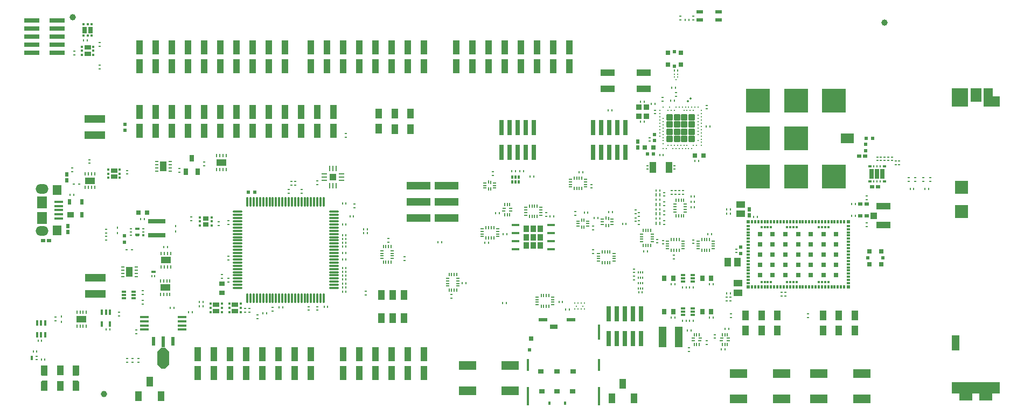
<source format=gtp>
G04*
G04 #@! TF.GenerationSoftware,Altium Limited,Altium Designer,19.0.15 (446)*
G04*
G04 Layer_Color=8421504*
%FSLAX24Y24*%
%MOIN*%
G70*
G01*
G75*
G04:AMPARAMS|DCode=37|XSize=37mil|YSize=37mil|CornerRadius=2.8mil|HoleSize=0mil|Usage=FLASHONLY|Rotation=270.000|XOffset=0mil|YOffset=0mil|HoleType=Round|Shape=RoundedRectangle|*
%AMROUNDEDRECTD37*
21,1,0.0370,0.0315,0,0,270.0*
21,1,0.0315,0.0370,0,0,270.0*
1,1,0.0056,-0.0157,-0.0157*
1,1,0.0056,-0.0157,0.0157*
1,1,0.0056,0.0157,0.0157*
1,1,0.0056,0.0157,-0.0157*
%
%ADD37ROUNDEDRECTD37*%
%ADD38O,0.0787X0.0591*%
%ADD39R,0.0366X0.0445*%
%ADD40R,0.0293X0.0610*%
%ADD41R,0.0264X0.0610*%
%ADD42R,0.0138X0.0098*%
%ADD43R,0.0138X0.0138*%
%ADD44R,0.0315X0.0118*%
%ADD45R,0.0197X0.0148*%
%ADD46R,0.0106X0.0118*%
%ADD47R,0.0256X0.0197*%
%ADD48O,0.0240X0.0071*%
%ADD49R,0.0118X0.0213*%
%ADD50R,0.0197X0.0256*%
%ADD51R,0.0118X0.0106*%
%ADD52R,0.0551X0.0433*%
%ADD53R,0.0433X0.0551*%
%ADD54R,0.0197X0.0236*%
%ADD55R,0.0787X0.0591*%
%ADD56R,0.1496X0.1496*%
%ADD57R,0.0445X0.0445*%
%ADD58O,0.0374X0.0098*%
%ADD59O,0.0098X0.0374*%
%ADD60R,0.0236X0.0197*%
%ADD61R,0.0079X0.0138*%
%ADD62R,0.0394X0.0630*%
%ADD63O,0.0089X0.0222*%
%ADD64O,0.0222X0.0089*%
%ADD65O,0.0261X0.0089*%
%ADD66R,0.0217X0.0236*%
%ADD67R,0.0236X0.0551*%
%ADD68R,0.0236X0.0669*%
%ADD69O,0.0071X0.0240*%
%ADD70C,0.0118*%
%ADD71R,0.0500X0.1252*%
%ADD72R,0.0453X0.0177*%
%ADD73R,0.0256X0.0138*%
%ADD74R,0.0203X0.0167*%
%ADD75R,0.0108X0.0167*%
%ADD76R,0.0362X0.0280*%
%ADD77R,0.0177X0.0165*%
%ADD78R,0.0413X0.0283*%
%ADD79R,0.0118X0.0138*%
%ADD80R,0.0283X0.0413*%
%ADD81R,0.0138X0.0118*%
%ADD82R,0.0295X0.0315*%
G04:AMPARAMS|DCode=83|XSize=11.8mil|YSize=10.6mil|CornerRadius=0mil|HoleSize=0mil|Usage=FLASHONLY|Rotation=315.000|XOffset=0mil|YOffset=0mil|HoleType=Round|Shape=Rectangle|*
%AMROTATEDRECTD83*
4,1,4,-0.0079,0.0004,-0.0004,0.0079,0.0079,-0.0004,0.0004,-0.0079,-0.0079,0.0004,0.0*
%
%ADD83ROTATEDRECTD83*%

%ADD84R,0.0118X0.0205*%
%ADD85R,0.0118X0.0193*%
%ADD86R,0.0098X0.0236*%
%ADD87R,0.0098X0.0079*%
%ADD88R,0.0787X0.0787*%
%ADD89R,0.0335X0.0374*%
%ADD90O,0.0551X0.0157*%
%ADD91R,0.0197X0.0197*%
%ADD92R,0.1083X0.0551*%
%ADD93R,0.0098X0.0157*%
%ADD94R,0.0276X0.0157*%
%ADD95R,0.0157X0.0098*%
%ADD96R,0.0157X0.0276*%
%ADD97R,0.1500X0.0500*%
%ADD98R,0.0866X0.0413*%
%ADD99R,0.0413X0.0394*%
%ADD100R,0.0531X0.0157*%
%ADD101R,0.0610X0.0748*%
%ADD102R,0.0551X0.0630*%
%ADD103R,0.0402X0.0862*%
%ADD104O,0.0118X0.0650*%
%ADD105O,0.0650X0.0118*%
%ADD106O,0.0089X0.0261*%
%ADD107R,0.0630X0.0394*%
%ADD108R,0.0098X0.0236*%
%ADD109R,0.0142X0.0098*%
%ADD110R,0.0394X0.0630*%
%ADD111R,0.0236X0.0098*%
%ADD112R,0.0300X0.0400*%
%ADD113R,0.0098X0.0142*%
%ADD114R,0.0138X0.0354*%
%ADD115R,0.1252X0.0500*%
%ADD116C,0.0394*%
%ADD117R,0.1063X0.0315*%
%ADD118R,0.0138X0.0059*%
%ADD119R,0.0138X0.0098*%
%ADD120R,0.0299X0.0945*%
%ADD121R,0.0354X0.0276*%
%ADD122R,0.0118X0.0236*%
%ADD123R,0.0177X0.1142*%
%ADD124R,0.0177X0.0748*%
%ADD125R,0.0236X0.0236*%
%ADD126R,0.0295X0.0276*%
%ADD127R,0.0551X0.0197*%
%ADD128R,0.0472X0.0256*%
%ADD129R,0.0177X0.0945*%
%ADD130R,0.0315X0.0295*%
%ADD131R,0.0228X0.0197*%
%ADD132C,0.0098*%
%ADD133R,0.0315X0.0315*%
%ADD134R,0.0213X0.0213*%
%ADD135R,0.0213X0.0118*%
%ADD136R,0.0118X0.0118*%
%ADD137R,0.0394X0.0709*%
%ADD138R,0.0300X0.0320*%
%ADD139R,0.0394X0.0335*%
%ADD140R,0.0236X0.0335*%
%ADD141R,0.0945X0.0299*%
%ADD142R,0.0320X0.0300*%
%ADD143R,0.0874X0.0402*%
%ADD144R,0.0394X0.0236*%
%ADD145R,0.0197X0.0228*%
%ADD146R,0.0295X0.0315*%
%ADD147R,0.0394X0.0630*%
G36*
X59502Y19219D02*
X58832D01*
Y20046D01*
X59502D01*
Y19219D01*
D02*
G37*
G36*
X60210Y19554D02*
X60637D01*
Y18904D01*
X59659D01*
Y20046D01*
X60210D01*
Y19554D01*
D02*
G37*
G36*
X58675Y18904D02*
X57691D01*
Y20046D01*
X58675D01*
Y18904D01*
D02*
G37*
G36*
X58163Y3806D02*
X57691D01*
Y4751D01*
X58163D01*
Y3806D01*
D02*
G37*
G36*
X9251Y3738D02*
Y2951D01*
X8995Y2695D01*
X8759D01*
X8503Y2951D01*
Y3738D01*
X8759Y3994D01*
X8995D01*
X9251Y3738D01*
D02*
G37*
G36*
X3681Y2322D02*
X3617Y2258D01*
X3287Y2258D01*
Y2888D01*
X3681D01*
X3681Y2322D01*
D02*
G37*
G36*
X1713Y2258D02*
X1383Y2258D01*
X1319Y2322D01*
X1319Y2888D01*
X1713D01*
Y2258D01*
D02*
G37*
G36*
X3617Y1943D02*
X3681Y1879D01*
X3681Y1313D01*
X3287D01*
Y1943D01*
X3617Y1943D01*
D02*
G37*
G36*
X1713Y1313D02*
X1319D01*
X1319Y1879D01*
X1383Y1943D01*
X1713Y1943D01*
Y1313D01*
D02*
G37*
G36*
X60643Y1148D02*
X60171D01*
Y715D01*
X59384D01*
Y1148D01*
X58950D01*
Y715D01*
X58163D01*
Y1148D01*
X57691D01*
Y1857D01*
X60643D01*
Y1148D01*
D02*
G37*
D37*
X41576Y18256D02*
D03*
Y17807D02*
D03*
Y17359D02*
D03*
Y16910D02*
D03*
X41128D02*
D03*
Y17359D02*
D03*
Y17807D02*
D03*
Y18256D02*
D03*
X40679Y16910D02*
D03*
Y17359D02*
D03*
Y17807D02*
D03*
Y18256D02*
D03*
X40230Y16910D02*
D03*
Y17359D02*
D03*
Y17807D02*
D03*
Y18256D02*
D03*
D38*
X1365Y13800D02*
D03*
Y11201D02*
D03*
D39*
X31335Y11344D02*
D03*
X31335Y10820D02*
D03*
X31335Y10296D02*
D03*
X31780Y11344D02*
D03*
Y10820D02*
D03*
Y10296D02*
D03*
X32225Y11344D02*
D03*
X32225Y10820D02*
D03*
X32225Y10296D02*
D03*
D40*
X53393Y14750D02*
D03*
X52707D02*
D03*
D41*
X53050Y14750D02*
D03*
D42*
X6881Y10962D02*
D03*
Y11159D02*
D03*
Y11356D02*
D03*
X7649Y11356D02*
D03*
Y11159D02*
D03*
D43*
Y10943D02*
D03*
D44*
X7265Y11336D02*
D03*
X7265Y10982D02*
D03*
D45*
X7265Y11361D02*
D03*
X7265Y10957D02*
D03*
D46*
X28788Y10480D02*
D03*
X45652Y12090D02*
D03*
X45428D02*
D03*
X51699Y12157D02*
D03*
X55322Y13826D02*
D03*
X56008Y13826D02*
D03*
X43746Y7343D02*
D03*
X43970D02*
D03*
X43982Y12530D02*
D03*
X43758D02*
D03*
X43982Y12290D02*
D03*
X43758D02*
D03*
X51474Y12157D02*
D03*
Y12866D02*
D03*
X51699D02*
D03*
X56232Y13826D02*
D03*
X38618Y9950D02*
D03*
X38842D02*
D03*
X38522Y7410D02*
D03*
X38298D02*
D03*
X40726Y21151D02*
D03*
X40501D02*
D03*
X29448Y12320D02*
D03*
X29672D02*
D03*
X31588Y14580D02*
D03*
X31812D02*
D03*
X42907Y5854D02*
D03*
X42682D02*
D03*
X42907Y7921D02*
D03*
X42682D02*
D03*
X40545Y5854D02*
D03*
X40320D02*
D03*
X40545Y7921D02*
D03*
X40320D02*
D03*
X33042Y12110D02*
D03*
X32818D02*
D03*
X41232Y5650D02*
D03*
X41008D02*
D03*
X41672D02*
D03*
X41448D02*
D03*
X41012Y7717D02*
D03*
X41237D02*
D03*
X41452D02*
D03*
X41677D02*
D03*
X43408Y3890D02*
D03*
X43632D02*
D03*
X30112Y6750D02*
D03*
X29888D02*
D03*
X7712Y11950D02*
D03*
X7488D02*
D03*
X1362Y4400D02*
D03*
X1138D02*
D03*
X5356Y5096D02*
D03*
X5580D02*
D03*
X3113Y13430D02*
D03*
X3337D02*
D03*
X33370Y6801D02*
D03*
X33594D02*
D03*
X33788Y6330D02*
D03*
X34012D02*
D03*
X36672Y12380D02*
D03*
X36448D02*
D03*
X35162Y12350D02*
D03*
X34938D02*
D03*
X30140Y11024D02*
D03*
X29915D02*
D03*
X11128Y6550D02*
D03*
X11352D02*
D03*
X19969Y10237D02*
D03*
X20194D02*
D03*
X18838Y6500D02*
D03*
X19062D02*
D03*
X16058Y6490D02*
D03*
X16282D02*
D03*
X42491Y17683D02*
D03*
X42715D02*
D03*
X40565Y20083D02*
D03*
X40341D02*
D03*
X40515Y19283D02*
D03*
X40291D02*
D03*
X39078Y19090D02*
D03*
X39302D02*
D03*
X39822Y15920D02*
D03*
X39598D02*
D03*
X38652Y19210D02*
D03*
X38428D02*
D03*
X38428Y17980D02*
D03*
X38652D02*
D03*
X31182Y14920D02*
D03*
X30958D02*
D03*
X30458D02*
D03*
X30682D02*
D03*
X41762Y12690D02*
D03*
X41538D02*
D03*
X41762Y13010D02*
D03*
X41538D02*
D03*
X41762Y13330D02*
D03*
X41538D02*
D03*
X21288Y11065D02*
D03*
X21512D02*
D03*
X21288Y11300D02*
D03*
X21512D02*
D03*
X20194Y11615D02*
D03*
X19969D02*
D03*
X20194Y10947D02*
D03*
X19969D02*
D03*
X20194Y10710D02*
D03*
X19969D02*
D03*
X20194Y10474D02*
D03*
X19969D02*
D03*
X20194Y9843D02*
D03*
X19969D02*
D03*
Y9449D02*
D03*
X20194D02*
D03*
Y8919D02*
D03*
X19969D02*
D03*
X20194Y8682D02*
D03*
X19969D02*
D03*
X20194Y8445D02*
D03*
X19969D02*
D03*
X20194Y8208D02*
D03*
X19969D02*
D03*
X19966Y7950D02*
D03*
X20190D02*
D03*
X19966Y7700D02*
D03*
X20190D02*
D03*
X19966Y7454D02*
D03*
X20190D02*
D03*
X9152Y10210D02*
D03*
X8928D02*
D03*
X1338Y3250D02*
D03*
X1562D02*
D03*
X11351Y6813D02*
D03*
X11127D02*
D03*
X1062Y3750D02*
D03*
X838D02*
D03*
X9318Y6440D02*
D03*
X9542D02*
D03*
X10458Y6190D02*
D03*
X10682D02*
D03*
X39612Y13720D02*
D03*
X39388D02*
D03*
X39612Y13140D02*
D03*
X39388D02*
D03*
X39612Y12560D02*
D03*
X39388D02*
D03*
X39612Y11980D02*
D03*
X39388D02*
D03*
X43872Y5130D02*
D03*
X43648D02*
D03*
X41318Y5050D02*
D03*
X41542D02*
D03*
X36418Y18670D02*
D03*
X36642D02*
D03*
X27388Y7970D02*
D03*
X27612D02*
D03*
X34618Y14830D02*
D03*
X34842D02*
D03*
X25888Y10500D02*
D03*
X26112D02*
D03*
X20194Y12902D02*
D03*
X19969D02*
D03*
X37298Y11640D02*
D03*
X37522D02*
D03*
X35772Y12010D02*
D03*
X35548D02*
D03*
X29012Y10480D02*
D03*
X42578Y11010D02*
D03*
X42802D02*
D03*
X41777Y15542D02*
D03*
X42002D02*
D03*
X55098Y13826D02*
D03*
X3948Y23010D02*
D03*
X4172D02*
D03*
X15282Y6120D02*
D03*
X15058D02*
D03*
X20438Y12124D02*
D03*
X20662D02*
D03*
X41411Y24263D02*
D03*
X41187Y24263D02*
D03*
D47*
X53130Y13946D02*
D03*
X52756D02*
D03*
X52030Y12866D02*
D03*
X52404D02*
D03*
X52030Y12157D02*
D03*
X51939Y15846D02*
D03*
X52313D02*
D03*
X52404Y12157D02*
D03*
X1448Y10600D02*
D03*
X1822D02*
D03*
D48*
X28613Y11181D02*
D03*
X32262Y12666D02*
D03*
Y12509D02*
D03*
Y12351D02*
D03*
Y12194D02*
D03*
X31298D02*
D03*
Y12351D02*
D03*
Y12509D02*
D03*
Y12666D02*
D03*
X38485Y10544D02*
D03*
Y10701D02*
D03*
Y10859D02*
D03*
Y11016D02*
D03*
X39135Y11016D02*
D03*
Y10859D02*
D03*
Y10701D02*
D03*
Y10544D02*
D03*
X41185Y12866D02*
D03*
Y12709D02*
D03*
Y12551D02*
D03*
Y12394D02*
D03*
X40535D02*
D03*
X40535Y12551D02*
D03*
Y12709D02*
D03*
Y12866D02*
D03*
X35029Y14406D02*
D03*
Y14249D02*
D03*
Y14091D02*
D03*
Y13934D02*
D03*
X34065D02*
D03*
Y14091D02*
D03*
Y14249D02*
D03*
Y14406D02*
D03*
X32982Y7116D02*
D03*
Y6958D02*
D03*
Y6801D02*
D03*
Y6643D02*
D03*
X32018D02*
D03*
Y6801D02*
D03*
Y6958D02*
D03*
Y7116D02*
D03*
X35804Y9346D02*
D03*
Y9503D02*
D03*
Y9661D02*
D03*
Y9818D02*
D03*
X36769D02*
D03*
Y9661D02*
D03*
Y9503D02*
D03*
Y9346D02*
D03*
X23059Y9983D02*
D03*
Y9826D02*
D03*
Y9668D02*
D03*
Y9511D02*
D03*
X22410D02*
D03*
Y9668D02*
D03*
Y9826D02*
D03*
Y9983D02*
D03*
X26475Y7799D02*
D03*
Y7956D02*
D03*
Y8114D02*
D03*
Y8271D02*
D03*
X27125D02*
D03*
Y8114D02*
D03*
Y7956D02*
D03*
Y7799D02*
D03*
X29578Y11339D02*
D03*
Y11181D02*
D03*
Y11024D02*
D03*
Y10866D02*
D03*
X28613D02*
D03*
Y11024D02*
D03*
Y11339D02*
D03*
X41965Y10112D02*
D03*
Y10270D02*
D03*
Y10427D02*
D03*
Y10585D02*
D03*
X42930D02*
D03*
Y10427D02*
D03*
Y10270D02*
D03*
Y10112D02*
D03*
X40082Y10112D02*
D03*
Y10270D02*
D03*
Y10427D02*
D03*
Y10585D02*
D03*
X41047D02*
D03*
Y10427D02*
D03*
Y10270D02*
D03*
Y10112D02*
D03*
D49*
X45508Y11765D02*
D03*
X45311D02*
D03*
X47280Y7734D02*
D03*
X45311D02*
D03*
X45705Y11765D02*
D03*
X45902D02*
D03*
X46099D02*
D03*
X46295D02*
D03*
X46492D02*
D03*
X46689D02*
D03*
X46886D02*
D03*
X47083D02*
D03*
X47280D02*
D03*
X47477D02*
D03*
X47673D02*
D03*
X47870D02*
D03*
X48067D02*
D03*
X48264D02*
D03*
X48461D02*
D03*
X48658D02*
D03*
X48854D02*
D03*
X49051D02*
D03*
X49248D02*
D03*
X49445D02*
D03*
X49642D02*
D03*
X49839D02*
D03*
X50036D02*
D03*
X50232D02*
D03*
X50429D02*
D03*
X50626D02*
D03*
X50823D02*
D03*
X51020D02*
D03*
X50823Y7734D02*
D03*
X50626D02*
D03*
X50429D02*
D03*
X50232D02*
D03*
X50036D02*
D03*
X49839D02*
D03*
X49642D02*
D03*
X49445D02*
D03*
X49248D02*
D03*
X49051D02*
D03*
X48854D02*
D03*
X48658D02*
D03*
X48461D02*
D03*
X48264D02*
D03*
X48067D02*
D03*
X47870D02*
D03*
X47673D02*
D03*
X47477D02*
D03*
X47083D02*
D03*
X46886D02*
D03*
X46689D02*
D03*
X46492D02*
D03*
X46295D02*
D03*
X46099D02*
D03*
X45902D02*
D03*
X45705D02*
D03*
X45508D02*
D03*
X51020D02*
D03*
D50*
X45150Y12173D02*
D03*
Y12547D02*
D03*
X2925Y14727D02*
D03*
Y14353D02*
D03*
X38256Y16760D02*
D03*
Y16386D02*
D03*
X2971Y11518D02*
D03*
Y11144D02*
D03*
D51*
X47380Y7402D02*
D03*
X47150Y7402D02*
D03*
X55427Y14288D02*
D03*
X55900D02*
D03*
X43975Y7117D02*
D03*
X43754D02*
D03*
X47150Y7178D02*
D03*
X47380D02*
D03*
X43975Y6893D02*
D03*
X43754D02*
D03*
X44338Y9865D02*
D03*
Y10090D02*
D03*
X52413Y13373D02*
D03*
Y13148D02*
D03*
Y11718D02*
D03*
Y11494D02*
D03*
X55900Y14513D02*
D03*
X55427D02*
D03*
X55000D02*
D03*
Y14288D02*
D03*
X41430Y3747D02*
D03*
Y3972D02*
D03*
X38010Y8188D02*
D03*
Y8412D02*
D03*
Y8862D02*
D03*
Y8638D02*
D03*
X32580Y12128D02*
D03*
Y12352D02*
D03*
X42513Y4414D02*
D03*
Y4189D02*
D03*
X43000Y4568D02*
D03*
X43000Y4792D02*
D03*
X40590Y13702D02*
D03*
Y13478D02*
D03*
X13960Y6178D02*
D03*
Y6402D02*
D03*
X41692Y24278D02*
D03*
Y24503D02*
D03*
X39770Y19258D02*
D03*
Y19482D02*
D03*
X7200Y5063D02*
D03*
Y4838D02*
D03*
X11400Y15463D02*
D03*
Y15238D02*
D03*
X9870Y15080D02*
D03*
Y14856D02*
D03*
X3255Y14878D02*
D03*
Y15103D02*
D03*
X35397Y13866D02*
D03*
Y14090D02*
D03*
X41680Y10659D02*
D03*
Y10435D02*
D03*
X39800Y10622D02*
D03*
Y10398D02*
D03*
X35477Y10044D02*
D03*
Y9820D02*
D03*
X22813Y10741D02*
D03*
Y10517D02*
D03*
X29290Y14872D02*
D03*
Y14648D02*
D03*
X39870Y11628D02*
D03*
Y11852D02*
D03*
Y12208D02*
D03*
Y12432D02*
D03*
Y12788D02*
D03*
Y13012D02*
D03*
Y13592D02*
D03*
Y13368D02*
D03*
X41050Y13478D02*
D03*
Y13702D02*
D03*
X26721Y7040D02*
D03*
Y7265D02*
D03*
X16647Y13784D02*
D03*
Y13559D02*
D03*
X18420Y14078D02*
D03*
Y14303D02*
D03*
X17434Y13559D02*
D03*
Y13784D02*
D03*
X12900Y8282D02*
D03*
Y8058D02*
D03*
Y9652D02*
D03*
Y9428D02*
D03*
Y11628D02*
D03*
Y11852D02*
D03*
X42503Y18771D02*
D03*
Y18995D02*
D03*
X40876Y24503D02*
D03*
Y24278D02*
D03*
X40510Y15038D02*
D03*
Y15262D02*
D03*
X38850Y15262D02*
D03*
Y15038D02*
D03*
X39303Y18471D02*
D03*
Y18695D02*
D03*
X38976Y16771D02*
D03*
Y16995D02*
D03*
X53750Y15566D02*
D03*
Y15790D02*
D03*
X53976Y15566D02*
D03*
Y15790D02*
D03*
X53297Y15566D02*
D03*
Y15790D02*
D03*
X53071Y15566D02*
D03*
Y15790D02*
D03*
X20170Y17232D02*
D03*
Y17008D02*
D03*
X53524Y15566D02*
D03*
Y15790D02*
D03*
X4325Y15623D02*
D03*
Y15398D02*
D03*
X2220Y5638D02*
D03*
Y5863D02*
D03*
X7600Y7288D02*
D03*
Y7513D02*
D03*
Y6913D02*
D03*
Y6688D02*
D03*
X7334Y3318D02*
D03*
Y3094D02*
D03*
X6980Y3088D02*
D03*
Y3313D02*
D03*
X6650Y3088D02*
D03*
Y3313D02*
D03*
X6152Y6163D02*
D03*
Y5938D02*
D03*
X5363Y11303D02*
D03*
Y11078D02*
D03*
Y10863D02*
D03*
Y10638D02*
D03*
X10606Y12067D02*
D03*
Y11843D02*
D03*
X12300Y11543D02*
D03*
Y11767D02*
D03*
X38330Y12128D02*
D03*
Y12352D02*
D03*
X38100Y12512D02*
D03*
Y12288D02*
D03*
X38330Y11618D02*
D03*
Y11842D02*
D03*
X38100Y12022D02*
D03*
Y11798D02*
D03*
X39440Y10692D02*
D03*
Y10468D02*
D03*
X40480Y9478D02*
D03*
Y9702D02*
D03*
X40820Y13702D02*
D03*
Y13478D02*
D03*
X40360Y13478D02*
D03*
Y13702D02*
D03*
X54203Y15310D02*
D03*
Y15534D02*
D03*
X54429D02*
D03*
Y15310D02*
D03*
X14220Y6402D02*
D03*
Y6178D02*
D03*
X35470Y11502D02*
D03*
Y11278D02*
D03*
X34380Y12188D02*
D03*
Y12412D02*
D03*
X40600Y19548D02*
D03*
Y19772D02*
D03*
X14730Y6002D02*
D03*
Y5778D02*
D03*
X21400Y7238D02*
D03*
Y7463D02*
D03*
X6635Y14956D02*
D03*
Y14732D02*
D03*
X16824Y14059D02*
D03*
Y14283D02*
D03*
X17061Y14059D02*
D03*
Y14283D02*
D03*
X15663Y6246D02*
D03*
Y6471D02*
D03*
X56332Y14511D02*
D03*
X56332Y14286D02*
D03*
X12500Y8288D02*
D03*
Y8512D02*
D03*
X3396Y22353D02*
D03*
Y22128D02*
D03*
X4955Y21242D02*
D03*
Y21467D02*
D03*
X4946Y22638D02*
D03*
Y22863D02*
D03*
X18419Y6521D02*
D03*
Y6296D02*
D03*
X17875Y6521D02*
D03*
Y6296D02*
D03*
X23800Y9388D02*
D03*
Y9613D02*
D03*
X20700Y12642D02*
D03*
Y12867D02*
D03*
X48782Y5855D02*
D03*
Y6080D02*
D03*
X44004Y5856D02*
D03*
Y6080D02*
D03*
D52*
X44433Y7373D02*
D03*
Y7964D02*
D03*
X44620Y12855D02*
D03*
Y12265D02*
D03*
D53*
X44415Y9275D02*
D03*
X43825D02*
D03*
D54*
X44625Y9813D02*
D03*
Y10207D02*
D03*
X6471Y10916D02*
D03*
Y10522D02*
D03*
X39266Y16796D02*
D03*
Y17190D02*
D03*
D55*
X51220Y16929D02*
D03*
D56*
X50394Y19291D02*
D03*
Y14567D02*
D03*
X48032Y19291D02*
D03*
Y16929D02*
D03*
Y14567D02*
D03*
X45669Y19291D02*
D03*
Y16929D02*
D03*
Y14567D02*
D03*
D57*
X19381Y14550D02*
D03*
D58*
X19913Y14747D02*
D03*
Y14550D02*
D03*
Y14354D02*
D03*
X18850D02*
D03*
Y14550D02*
D03*
Y14747D02*
D03*
D59*
X19578Y14019D02*
D03*
X19381D02*
D03*
X19184D02*
D03*
Y15082D02*
D03*
X19381D02*
D03*
X19578D02*
D03*
D60*
X52392Y16929D02*
D03*
X52785D02*
D03*
X14153Y13600D02*
D03*
X14547D02*
D03*
X39227Y15970D02*
D03*
X38833D02*
D03*
D61*
X38548Y8313D02*
D03*
X38410D02*
D03*
X38272D02*
D03*
Y8647D02*
D03*
X38410D02*
D03*
X38548D02*
D03*
Y7633D02*
D03*
X38410D02*
D03*
X38272D02*
D03*
Y7967D02*
D03*
X38410D02*
D03*
X38548D02*
D03*
D62*
X24184Y17528D02*
D03*
X44921Y5984D02*
D03*
X45906Y5039D02*
D03*
X46890Y5984D02*
D03*
X49703D02*
D03*
X50687Y5039D02*
D03*
X51672Y5984D02*
D03*
X22216Y18472D02*
D03*
X23200Y17528D02*
D03*
X24184Y18472D02*
D03*
X8048Y1880D02*
D03*
X7359Y974D02*
D03*
X8737D02*
D03*
X2500Y2573D02*
D03*
Y1628D02*
D03*
X37323Y1752D02*
D03*
X36634Y846D02*
D03*
X38012D02*
D03*
X23764Y5803D02*
D03*
X23075D02*
D03*
X22386D02*
D03*
Y7259D02*
D03*
X23075D02*
D03*
X23764D02*
D03*
D63*
X30013Y12833D02*
D03*
X30170D02*
D03*
X30327D02*
D03*
Y12227D02*
D03*
X30170D02*
D03*
X30013D02*
D03*
X42046Y4791D02*
D03*
X41889Y4791D02*
D03*
X41731Y4791D02*
D03*
Y4185D02*
D03*
X41889D02*
D03*
X42046D02*
D03*
X43481Y4185D02*
D03*
X43639D02*
D03*
X43796D02*
D03*
X43796Y4791D02*
D03*
X43639Y4791D02*
D03*
X43481D02*
D03*
X29161Y13800D02*
D03*
X29004D02*
D03*
Y14248D02*
D03*
X34929Y11446D02*
D03*
X34771D02*
D03*
Y11894D02*
D03*
X36439Y11556D02*
D03*
X36281D02*
D03*
Y12004D02*
D03*
D64*
X30394Y12609D02*
D03*
Y12451D02*
D03*
X29946D02*
D03*
X42113Y4567D02*
D03*
X41665D02*
D03*
Y4409D02*
D03*
X43415Y4409D02*
D03*
X43863D02*
D03*
Y4567D02*
D03*
X29385Y14181D02*
D03*
Y14024D02*
D03*
Y13866D02*
D03*
X28780D02*
D03*
Y14024D02*
D03*
Y14181D02*
D03*
X35153Y11827D02*
D03*
Y11670D02*
D03*
Y11513D02*
D03*
X34547D02*
D03*
Y11670D02*
D03*
Y11827D02*
D03*
X36663Y11937D02*
D03*
Y11780D02*
D03*
Y11623D02*
D03*
X36057D02*
D03*
Y11780D02*
D03*
Y11937D02*
D03*
D65*
X29966Y12609D02*
D03*
X42093Y4409D02*
D03*
X43434Y4567D02*
D03*
D66*
X52362Y16575D02*
D03*
Y16181D02*
D03*
X6500Y17826D02*
D03*
Y17433D02*
D03*
D67*
X9468Y4388D02*
D03*
X8287D02*
D03*
D68*
X8877Y4329D02*
D03*
D69*
X32016Y12105D02*
D03*
X31859D02*
D03*
X31701D02*
D03*
X31544D02*
D03*
Y12755D02*
D03*
X31701Y12755D02*
D03*
X31859D02*
D03*
X32016D02*
D03*
X39046Y10298D02*
D03*
X38889D02*
D03*
X38731D02*
D03*
X38574D02*
D03*
Y11262D02*
D03*
X38731D02*
D03*
X38889D02*
D03*
X39046D02*
D03*
X40624Y13112D02*
D03*
X40781D02*
D03*
X40939D02*
D03*
X41096D02*
D03*
Y12148D02*
D03*
X40939D02*
D03*
X40781D02*
D03*
X40624D02*
D03*
X34783Y13845D02*
D03*
X34626D02*
D03*
X34468D02*
D03*
X34311D02*
D03*
Y14495D02*
D03*
X34468D02*
D03*
X34626D02*
D03*
X34783D02*
D03*
X32736Y6555D02*
D03*
X32579D02*
D03*
X32421D02*
D03*
X32264D02*
D03*
Y7204D02*
D03*
X32421D02*
D03*
X32579D02*
D03*
X32736D02*
D03*
X36050Y9907D02*
D03*
X36208D02*
D03*
X36365D02*
D03*
X36523D02*
D03*
Y9257D02*
D03*
X36365D02*
D03*
X36208D02*
D03*
X36050D02*
D03*
X22498Y10229D02*
D03*
X22656D02*
D03*
X22813D02*
D03*
X22971D02*
D03*
Y9265D02*
D03*
X22813D02*
D03*
X22656D02*
D03*
X22498D02*
D03*
X27036Y7553D02*
D03*
X26879D02*
D03*
X26721D02*
D03*
X26564D02*
D03*
Y8517D02*
D03*
X26721D02*
D03*
X26879D02*
D03*
X27036D02*
D03*
X29332Y10778D02*
D03*
X29174D02*
D03*
X29017D02*
D03*
X28859D02*
D03*
Y11427D02*
D03*
X29017D02*
D03*
X29174D02*
D03*
X29332D02*
D03*
X42211Y10673D02*
D03*
X42369D02*
D03*
X42526D02*
D03*
X42684D02*
D03*
Y10024D02*
D03*
X42526D02*
D03*
X42369D02*
D03*
X42211D02*
D03*
X40328Y10673D02*
D03*
X40486D02*
D03*
X40643D02*
D03*
X40800D02*
D03*
Y10024D02*
D03*
X40643D02*
D03*
X40486D02*
D03*
X40328D02*
D03*
D70*
X42183Y18666D02*
D03*
Y18469D02*
D03*
Y18272D02*
D03*
Y18075D02*
D03*
Y17878D02*
D03*
Y17681D02*
D03*
Y17485D02*
D03*
Y17288D02*
D03*
Y17091D02*
D03*
Y16894D02*
D03*
Y16697D02*
D03*
Y16500D02*
D03*
X41986Y18863D02*
D03*
Y18370D02*
D03*
Y18174D02*
D03*
Y17977D02*
D03*
Y17780D02*
D03*
Y17583D02*
D03*
Y17386D02*
D03*
Y17189D02*
D03*
Y16796D02*
D03*
X41887Y16500D02*
D03*
X41789Y18863D02*
D03*
X41691Y18666D02*
D03*
Y16500D02*
D03*
X41592Y18863D02*
D03*
Y16304D02*
D03*
X41494Y18666D02*
D03*
X41395Y18863D02*
D03*
Y16304D02*
D03*
X41297Y18666D02*
D03*
Y16500D02*
D03*
X41198Y18863D02*
D03*
Y16304D02*
D03*
X41100Y18666D02*
D03*
Y16500D02*
D03*
X41002Y18863D02*
D03*
Y16304D02*
D03*
X40903Y16500D02*
D03*
X40805Y18863D02*
D03*
Y16304D02*
D03*
X40706Y16500D02*
D03*
X40608Y18863D02*
D03*
Y16304D02*
D03*
X40509Y18666D02*
D03*
Y16500D02*
D03*
X40411Y16304D02*
D03*
X40313Y18666D02*
D03*
Y16500D02*
D03*
X40214Y18863D02*
D03*
X40116Y16500D02*
D03*
X40017Y16304D02*
D03*
X40116Y18666D02*
D03*
X39820Y18863D02*
D03*
Y18174D02*
D03*
Y17977D02*
D03*
Y17780D02*
D03*
Y17583D02*
D03*
Y17386D02*
D03*
Y17189D02*
D03*
Y16993D02*
D03*
Y16796D02*
D03*
Y16599D02*
D03*
Y16304D02*
D03*
X39624Y18666D02*
D03*
Y18272D02*
D03*
Y18075D02*
D03*
Y17878D02*
D03*
Y17681D02*
D03*
Y17485D02*
D03*
Y17288D02*
D03*
Y17091D02*
D03*
Y18469D02*
D03*
D71*
X39776Y4646D02*
D03*
X40776D02*
D03*
D72*
X30689Y11570D02*
D03*
Y11070D02*
D03*
Y10570D02*
D03*
Y10070D02*
D03*
X32870Y11570D02*
D03*
Y11070D02*
D03*
Y10570D02*
D03*
Y10070D02*
D03*
D73*
X41043Y6398D02*
D03*
Y6201D02*
D03*
Y6004D02*
D03*
X41634D02*
D03*
Y6201D02*
D03*
Y6398D02*
D03*
Y8268D02*
D03*
X41043D02*
D03*
Y8465D02*
D03*
Y8071D02*
D03*
X41634D02*
D03*
Y8465D02*
D03*
X6442Y7054D02*
D03*
Y7250D02*
D03*
Y7447D02*
D03*
X7033D02*
D03*
Y7250D02*
D03*
Y7054D02*
D03*
D74*
X53500Y14282D02*
D03*
X52600D02*
D03*
Y15218D02*
D03*
X53500D02*
D03*
D75*
X53247Y14282D02*
D03*
X53050D02*
D03*
X52853D02*
D03*
Y15218D02*
D03*
X53050D02*
D03*
X53247D02*
D03*
D76*
X11515Y11618D02*
D03*
Y11992D02*
D03*
D77*
X11871Y12061D02*
D03*
Y11805D02*
D03*
Y11549D02*
D03*
X11159D02*
D03*
Y11805D02*
D03*
Y12061D02*
D03*
D78*
X5835Y14567D02*
D03*
Y14953D02*
D03*
X12160Y6257D02*
D03*
Y6643D02*
D03*
X13323Y6257D02*
D03*
Y6643D02*
D03*
X4203Y22563D02*
D03*
Y22177D02*
D03*
D79*
X5491Y15016D02*
D03*
Y14760D02*
D03*
Y14504D02*
D03*
X6180D02*
D03*
Y14760D02*
D03*
Y15016D02*
D03*
X11816Y6706D02*
D03*
Y6450D02*
D03*
Y6194D02*
D03*
X12504D02*
D03*
Y6450D02*
D03*
Y6706D02*
D03*
X12978D02*
D03*
Y6450D02*
D03*
Y6194D02*
D03*
X13667D02*
D03*
Y6450D02*
D03*
Y6706D02*
D03*
X4548Y22114D02*
D03*
Y22370D02*
D03*
Y22626D02*
D03*
X3859D02*
D03*
Y22370D02*
D03*
Y22114D02*
D03*
D80*
X4011Y23660D02*
D03*
X4396D02*
D03*
D81*
X4459Y24005D02*
D03*
X4203D02*
D03*
X3948D02*
D03*
Y23316D02*
D03*
X4203D02*
D03*
X4459D02*
D03*
D82*
X39210Y16373D02*
D03*
X38679D02*
D03*
X42304Y15883D02*
D03*
X41773D02*
D03*
X7866Y12350D02*
D03*
X7334Y12350D02*
D03*
D83*
X41351Y19252D02*
D03*
X41510Y19411D02*
D03*
D84*
X30877Y14550D02*
D03*
D85*
X30680Y14548D02*
D03*
X30483D02*
D03*
X30877Y14252D02*
D03*
X30680D02*
D03*
X30483D02*
D03*
D86*
X39372Y11690D02*
D03*
X39628D02*
D03*
X39372Y12270D02*
D03*
X39628D02*
D03*
X39372Y12850D02*
D03*
X39628D02*
D03*
X39372Y13430D02*
D03*
X39628D02*
D03*
D87*
X40600Y20586D02*
D03*
X40501Y20743D02*
D03*
Y20901D02*
D03*
X40698Y20743D02*
D03*
Y20901D02*
D03*
D88*
X58266Y12400D02*
D03*
Y13900D02*
D03*
D89*
X38766Y18305D02*
D03*
X38314D02*
D03*
Y18875D02*
D03*
X38766D02*
D03*
D90*
X7716Y5863D02*
D03*
Y5607D02*
D03*
Y5351D02*
D03*
Y5096D02*
D03*
X10039Y5863D02*
D03*
Y5607D02*
D03*
Y5351D02*
D03*
Y5096D02*
D03*
D91*
X3484Y2573D02*
D03*
X1516D02*
D03*
X3484Y1628D02*
D03*
X1516D02*
D03*
D92*
X49459Y2388D02*
D03*
Y813D02*
D03*
X52116Y2388D02*
D03*
Y813D02*
D03*
X44477Y2388D02*
D03*
Y813D02*
D03*
X47134Y2388D02*
D03*
Y813D02*
D03*
X30359Y1313D02*
D03*
Y2887D02*
D03*
X27701Y1313D02*
D03*
Y2887D02*
D03*
D93*
X8359Y8413D02*
D03*
X8181D02*
D03*
D94*
X8270Y8688D02*
D03*
D95*
X1038Y3439D02*
D03*
Y3262D02*
D03*
D96*
X762Y3350D02*
D03*
D97*
X24675Y14000D02*
D03*
X26425D02*
D03*
X24675Y13000D02*
D03*
X26425D02*
D03*
X24675Y12000D02*
D03*
X26425D02*
D03*
D98*
X53437Y12738D02*
D03*
Y11577D02*
D03*
D99*
X52837Y12157D02*
D03*
D100*
X2418Y12500D02*
D03*
Y12756D02*
D03*
Y13012D02*
D03*
Y12244D02*
D03*
Y11989D02*
D03*
D101*
X1365Y12973D02*
D03*
Y12028D02*
D03*
D102*
X2330Y11241D02*
D03*
Y13760D02*
D03*
D103*
X19400Y18577D02*
D03*
Y17424D02*
D03*
X18400Y18577D02*
D03*
Y17424D02*
D03*
X17400Y18577D02*
D03*
Y17424D02*
D03*
X13400Y18577D02*
D03*
Y17424D02*
D03*
X14400Y18577D02*
D03*
Y17424D02*
D03*
X8400Y18577D02*
D03*
Y17424D02*
D03*
X9400D02*
D03*
Y18577D02*
D03*
X10400Y17424D02*
D03*
Y18577D02*
D03*
X12400Y17424D02*
D03*
Y18577D02*
D03*
X11400Y17424D02*
D03*
Y18577D02*
D03*
X7400D02*
D03*
Y17424D02*
D03*
X16400D02*
D03*
Y18577D02*
D03*
X15400Y17424D02*
D03*
Y18577D02*
D03*
X31000Y21424D02*
D03*
Y22577D02*
D03*
X27000Y21424D02*
D03*
X30000D02*
D03*
X29000Y21424D02*
D03*
X34000Y21424D02*
D03*
X33000D02*
D03*
X27000Y22577D02*
D03*
X30000D02*
D03*
X29000D02*
D03*
X34000D02*
D03*
X33000D02*
D03*
X28000Y21424D02*
D03*
X32000D02*
D03*
X28000Y22577D02*
D03*
X32000D02*
D03*
X23000Y3577D02*
D03*
X23000Y2424D02*
D03*
X25000Y3577D02*
D03*
X24000D02*
D03*
X21000D02*
D03*
X20000D02*
D03*
X25000Y2424D02*
D03*
X24000D02*
D03*
X21000D02*
D03*
X20000D02*
D03*
X22000Y3577D02*
D03*
Y2424D02*
D03*
X14000Y3577D02*
D03*
Y2424D02*
D03*
X18000Y3577D02*
D03*
X15000D02*
D03*
X16000Y3577D02*
D03*
X11000Y3577D02*
D03*
X12000D02*
D03*
X18000Y2424D02*
D03*
X15000D02*
D03*
X16000D02*
D03*
X11000D02*
D03*
X12000D02*
D03*
X17000Y3577D02*
D03*
X13000D02*
D03*
X17000Y2424D02*
D03*
X13000D02*
D03*
X7400Y21424D02*
D03*
X13400D02*
D03*
X7400Y22577D02*
D03*
X13400D02*
D03*
X8400Y21424D02*
D03*
X9400Y21424D02*
D03*
X11400D02*
D03*
X12400D02*
D03*
X15400D02*
D03*
X16400D02*
D03*
X8400Y22577D02*
D03*
X9400D02*
D03*
X11400D02*
D03*
X12400D02*
D03*
X15400D02*
D03*
X16400D02*
D03*
X10400Y21424D02*
D03*
X14400Y21424D02*
D03*
X10400Y22577D02*
D03*
X14400D02*
D03*
X22000Y21424D02*
D03*
Y22577D02*
D03*
X18000Y21424D02*
D03*
X21000D02*
D03*
X20000Y21424D02*
D03*
X25000Y21424D02*
D03*
X24000D02*
D03*
X18000Y22577D02*
D03*
X21000D02*
D03*
X20000D02*
D03*
X25000D02*
D03*
X24000D02*
D03*
X19000Y21424D02*
D03*
X23000D02*
D03*
X19000Y22577D02*
D03*
X23000D02*
D03*
D104*
X18812Y13022D02*
D03*
X18615D02*
D03*
X18419D02*
D03*
X18222D02*
D03*
X18025D02*
D03*
X17828D02*
D03*
X17631D02*
D03*
X17434D02*
D03*
X17237D02*
D03*
X17041D02*
D03*
X16844D02*
D03*
X16647D02*
D03*
X16450D02*
D03*
X16253D02*
D03*
X16056D02*
D03*
X15859D02*
D03*
X15663D02*
D03*
X15466D02*
D03*
X15269D02*
D03*
X15072D02*
D03*
X14875D02*
D03*
X14678D02*
D03*
X14482D02*
D03*
X14285D02*
D03*
X14088D02*
D03*
Y7058D02*
D03*
X14285D02*
D03*
X14482D02*
D03*
X14678D02*
D03*
X14875D02*
D03*
X15072D02*
D03*
X15269D02*
D03*
X15466D02*
D03*
X15663D02*
D03*
X15859D02*
D03*
X16056D02*
D03*
X16253D02*
D03*
X16450D02*
D03*
X16647D02*
D03*
X16844D02*
D03*
X17041D02*
D03*
X17237D02*
D03*
X17434D02*
D03*
X17631D02*
D03*
X17828D02*
D03*
X18025D02*
D03*
X18222D02*
D03*
X18419D02*
D03*
X18615D02*
D03*
X18812D02*
D03*
D105*
X13468Y12402D02*
D03*
Y12205D02*
D03*
Y12008D02*
D03*
Y11811D02*
D03*
Y11615D02*
D03*
Y11418D02*
D03*
Y11221D02*
D03*
Y11024D02*
D03*
Y10827D02*
D03*
Y10630D02*
D03*
Y10433D02*
D03*
Y10237D02*
D03*
Y10040D02*
D03*
Y9843D02*
D03*
Y9646D02*
D03*
Y9449D02*
D03*
Y9252D02*
D03*
Y9056D02*
D03*
Y8859D02*
D03*
Y8662D02*
D03*
Y8465D02*
D03*
Y8268D02*
D03*
Y8071D02*
D03*
Y7874D02*
D03*
Y7678D02*
D03*
X19432D02*
D03*
Y7874D02*
D03*
Y8071D02*
D03*
Y8268D02*
D03*
Y8465D02*
D03*
Y8662D02*
D03*
Y8859D02*
D03*
Y9056D02*
D03*
Y9252D02*
D03*
Y9449D02*
D03*
Y9646D02*
D03*
Y9843D02*
D03*
Y10040D02*
D03*
Y10237D02*
D03*
Y10433D02*
D03*
Y10630D02*
D03*
Y10827D02*
D03*
Y11024D02*
D03*
Y11221D02*
D03*
Y11418D02*
D03*
Y11615D02*
D03*
Y11811D02*
D03*
Y12008D02*
D03*
Y12205D02*
D03*
Y12402D02*
D03*
D106*
X29161Y14228D02*
D03*
X34929Y11874D02*
D03*
X36439Y11984D02*
D03*
D107*
X4345Y14320D02*
D03*
X12480Y15440D02*
D03*
X9040Y9400D02*
D03*
X9000Y7700D02*
D03*
X3830Y5740D02*
D03*
D108*
X4640Y14744D02*
D03*
X4443D02*
D03*
X4247D02*
D03*
X4050D02*
D03*
X4640Y13897D02*
D03*
X4443D02*
D03*
X4247D02*
D03*
X4050D02*
D03*
X12775Y15864D02*
D03*
X12578D02*
D03*
X12382D02*
D03*
X12185D02*
D03*
X12775Y15017D02*
D03*
X12578D02*
D03*
X12382D02*
D03*
X12185D02*
D03*
X9335Y9824D02*
D03*
X9138D02*
D03*
X8942D02*
D03*
X8745D02*
D03*
X9335Y8977D02*
D03*
X9138D02*
D03*
X8942D02*
D03*
X8745D02*
D03*
X8705Y7277D02*
D03*
X8902D02*
D03*
X9098D02*
D03*
X9295D02*
D03*
X8705Y8124D02*
D03*
X8902D02*
D03*
X9098D02*
D03*
X9295D02*
D03*
X4125Y6164D02*
D03*
X3928D02*
D03*
X3732D02*
D03*
X3535D02*
D03*
X4125Y5317D02*
D03*
X3928D02*
D03*
X3732D02*
D03*
X3535D02*
D03*
D109*
X3340Y14120D02*
D03*
X3670D02*
D03*
X6935Y10060D02*
D03*
X6605D02*
D03*
D110*
X8894Y15209D02*
D03*
X6790Y8680D02*
D03*
D111*
X8470Y15504D02*
D03*
Y15307D02*
D03*
Y15111D02*
D03*
Y14914D02*
D03*
X9317Y15504D02*
D03*
Y15307D02*
D03*
Y15111D02*
D03*
Y14914D02*
D03*
X7213Y8385D02*
D03*
Y8582D02*
D03*
Y8779D02*
D03*
Y8976D02*
D03*
X6367Y8385D02*
D03*
Y8582D02*
D03*
Y8779D02*
D03*
Y8976D02*
D03*
D112*
X10650Y15700D02*
D03*
X11024Y14874D02*
D03*
X10276D02*
D03*
D113*
X2570Y5906D02*
D03*
Y5575D02*
D03*
X6060Y11426D02*
D03*
Y11095D02*
D03*
X9650Y11516D02*
D03*
Y11185D02*
D03*
D114*
X1586Y4766D02*
D03*
X1330Y4766D02*
D03*
X1074Y4766D02*
D03*
Y5514D02*
D03*
X1330D02*
D03*
X1586D02*
D03*
X5591Y6190D02*
D03*
X5335D02*
D03*
X5079D02*
D03*
Y5442D02*
D03*
X5591D02*
D03*
D115*
X4670Y8300D02*
D03*
Y7300D02*
D03*
X4650Y17130D02*
D03*
Y18130D02*
D03*
D116*
X5200Y1100D02*
D03*
X3282Y24450D02*
D03*
X53500Y24100D02*
D03*
D117*
X8488Y10936D02*
D03*
Y11802D02*
D03*
D118*
X6881Y10962D02*
D03*
Y11159D02*
D03*
Y11356D02*
D03*
X7649D02*
D03*
Y11159D02*
D03*
D119*
Y10943D02*
D03*
D120*
X31300Y17618D02*
D03*
X30800D02*
D03*
X29800D02*
D03*
X31800Y16083D02*
D03*
X31300D02*
D03*
X30800D02*
D03*
X30300D02*
D03*
X29800D02*
D03*
X31800Y17618D02*
D03*
X30300D02*
D03*
X37486Y16083D02*
D03*
X36986D02*
D03*
X36486D02*
D03*
X35986D02*
D03*
X35486D02*
D03*
X37486Y17618D02*
D03*
X36986D02*
D03*
X36486D02*
D03*
X35986D02*
D03*
X35486D02*
D03*
X36450Y6068D02*
D03*
X36950D02*
D03*
X37450D02*
D03*
X37950D02*
D03*
X38450D02*
D03*
X36450Y4533D02*
D03*
X36950D02*
D03*
X37450D02*
D03*
X37950D02*
D03*
X38450D02*
D03*
D121*
X32259Y2519D02*
D03*
X33259D02*
D03*
X34259D02*
D03*
X32299Y1270D02*
D03*
X33259D02*
D03*
X34220D02*
D03*
D122*
X32779Y542D02*
D03*
X33740D02*
D03*
D123*
X31450Y995D02*
D03*
X35850D02*
D03*
D124*
X31450Y2904D02*
D03*
X35850D02*
D03*
D125*
X31539Y3830D02*
D03*
D126*
X31647Y4538D02*
D03*
D127*
X32393Y5700D02*
D03*
X34126D02*
D03*
D128*
X33043Y5276D02*
D03*
D129*
X35850Y4932D02*
D03*
D130*
X52579Y9149D02*
D03*
Y9956D02*
D03*
X53327D02*
D03*
Y9149D02*
D03*
D131*
X52496Y9553D02*
D03*
X53409D02*
D03*
D132*
X34355Y6729D02*
D03*
X34552D02*
D03*
X34748D02*
D03*
X34945D02*
D03*
X34453Y6557D02*
D03*
X34847D02*
D03*
X34355Y6386D02*
D03*
X34552D02*
D03*
X34748D02*
D03*
X34945D02*
D03*
D133*
X45803Y11009D02*
D03*
Y10380D02*
D03*
Y9120D02*
D03*
Y9750D02*
D03*
Y8490D02*
D03*
X46591D02*
D03*
Y9750D02*
D03*
Y9120D02*
D03*
Y10380D02*
D03*
Y11009D02*
D03*
X47378D02*
D03*
Y10380D02*
D03*
Y9120D02*
D03*
Y9750D02*
D03*
Y8490D02*
D03*
X48953Y11009D02*
D03*
Y10380D02*
D03*
Y9120D02*
D03*
Y9750D02*
D03*
Y8490D02*
D03*
X48165Y11009D02*
D03*
Y10380D02*
D03*
Y9120D02*
D03*
Y9750D02*
D03*
Y8490D02*
D03*
X49740Y11009D02*
D03*
Y10380D02*
D03*
Y9120D02*
D03*
Y9750D02*
D03*
Y8490D02*
D03*
X50528Y10380D02*
D03*
Y9120D02*
D03*
Y9750D02*
D03*
Y8490D02*
D03*
Y11009D02*
D03*
D134*
X45067Y11765D02*
D03*
X51264D02*
D03*
X45067Y7734D02*
D03*
X51264D02*
D03*
D135*
Y11521D02*
D03*
Y11324D02*
D03*
Y11128D02*
D03*
Y10931D02*
D03*
Y10734D02*
D03*
Y10537D02*
D03*
Y10340D02*
D03*
Y10143D02*
D03*
Y9946D02*
D03*
Y9750D02*
D03*
Y9553D02*
D03*
Y9159D02*
D03*
Y8962D02*
D03*
Y8765D02*
D03*
Y8569D02*
D03*
Y8372D02*
D03*
Y8175D02*
D03*
Y7978D02*
D03*
X45067Y8175D02*
D03*
Y8372D02*
D03*
Y8569D02*
D03*
Y8765D02*
D03*
Y8962D02*
D03*
Y9159D02*
D03*
Y9356D02*
D03*
Y9553D02*
D03*
Y9750D02*
D03*
Y9946D02*
D03*
Y10143D02*
D03*
Y10340D02*
D03*
Y10537D02*
D03*
Y10734D02*
D03*
Y10931D02*
D03*
Y11128D02*
D03*
Y11324D02*
D03*
Y11521D02*
D03*
X51264Y9356D02*
D03*
X45067Y7978D02*
D03*
D136*
X45902Y11462D02*
D03*
X46295D02*
D03*
X46099D02*
D03*
X46492D02*
D03*
X48067D02*
D03*
X47673D02*
D03*
X47870D02*
D03*
X47477D02*
D03*
X49445D02*
D03*
X50036D02*
D03*
X49642D02*
D03*
X49839D02*
D03*
X45902Y8037D02*
D03*
X46295D02*
D03*
X46099D02*
D03*
X46492D02*
D03*
X48067D02*
D03*
X47673D02*
D03*
X47870D02*
D03*
X47477D02*
D03*
X49445D02*
D03*
X50036D02*
D03*
X49642D02*
D03*
X49839D02*
D03*
D137*
X39188Y15150D02*
D03*
X40172D02*
D03*
D138*
X42245Y6201D02*
D03*
X42795D02*
D03*
X39882D02*
D03*
X40432D02*
D03*
X42245Y8268D02*
D03*
X42795D02*
D03*
X39882D02*
D03*
X40432D02*
D03*
D139*
X3163Y12218D02*
D03*
D140*
X3833D02*
D03*
Y13025D02*
D03*
X3085D02*
D03*
D141*
X762Y22240D02*
D03*
Y22740D02*
D03*
Y23240D02*
D03*
Y23740D02*
D03*
Y24240D02*
D03*
X2298Y22240D02*
D03*
Y22740D02*
D03*
Y23240D02*
D03*
Y23740D02*
D03*
Y24240D02*
D03*
D142*
X12500Y7382D02*
D03*
Y7932D02*
D03*
D143*
X38612Y21000D02*
D03*
X36388D02*
D03*
X38612Y20000D02*
D03*
X36388D02*
D03*
D144*
X43255Y24263D02*
D03*
Y24775D02*
D03*
X42073Y24263D02*
D03*
Y24775D02*
D03*
D145*
X40501Y22327D02*
D03*
Y21414D02*
D03*
D146*
X40905Y22244D02*
D03*
X40098D02*
D03*
Y21496D02*
D03*
X40905Y21496D02*
D03*
D147*
X45909Y5971D02*
D03*
X22213Y17551D02*
D03*
X44918Y5036D02*
D03*
X46887D02*
D03*
X51669D02*
D03*
X49700D02*
D03*
X23203Y18485D02*
D03*
X50691Y5971D02*
D03*
M02*

</source>
